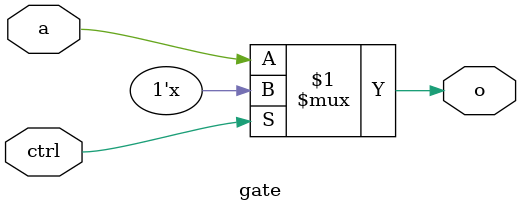
<source format=v>
module test;
  reg [1:0] pattin;
  wire a, ctl, o, pattout;
  reg [10*8:0] patFile, fltFile, rptFile;

  assign {a, ctl} = pattin;
  assign pattout = o;
  gate g1(a, ctl, o);
  initial
  begin
    patFile = "pat.txt";
    fltFile = "fault.txt";
    rptFile = "fault.rpt";
    $faultEnumerate(fltFile);
    $generatePatterns(pattin, pattout, fltFile, patFile, rptFile);
  end
endmodule
    
module gate (
a,
ctrl,
o
);
input  a;
input  ctrl;
output  o;
bufif0 (o, a, ctrl);
endmodule

</source>
